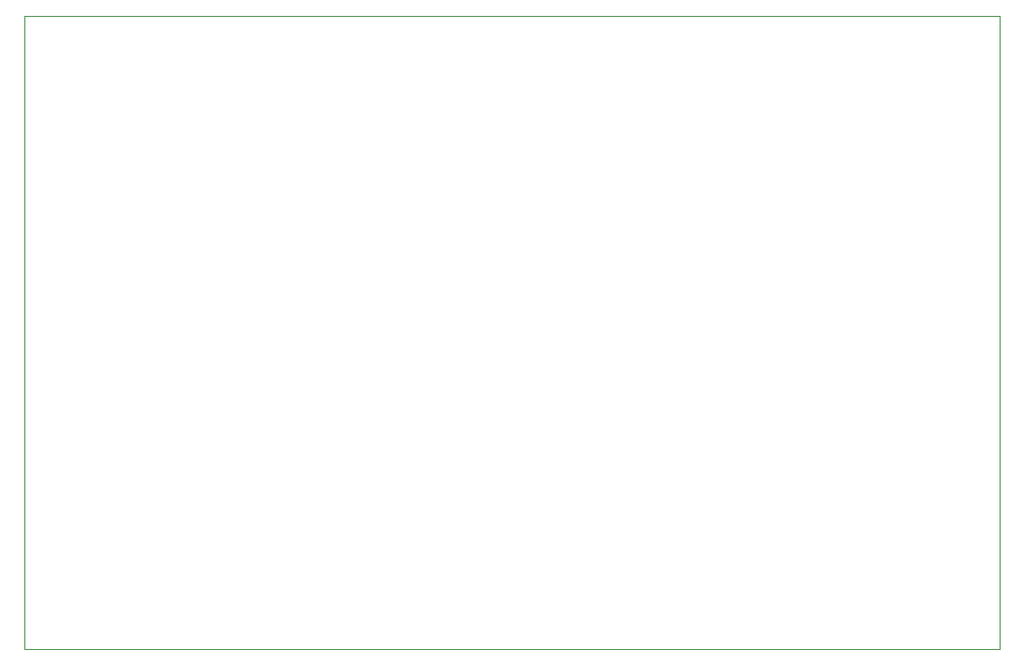
<source format=gbr>
%TF.GenerationSoftware,KiCad,Pcbnew,9.0.7*%
%TF.CreationDate,2026-01-28T19:42:25+01:00*%
%TF.ProjectId,pico-radio-9-k_toldalas,7069636f-2d72-4616-9469-6f2d392d6be9,rev?*%
%TF.SameCoordinates,Original*%
%TF.FileFunction,Profile,NP*%
%FSLAX46Y46*%
G04 Gerber Fmt 4.6, Leading zero omitted, Abs format (unit mm)*
G04 Created by KiCad (PCBNEW 9.0.7) date 2026-01-28 19:42:25*
%MOMM*%
%LPD*%
G01*
G04 APERTURE LIST*
%TA.AperFunction,Profile*%
%ADD10C,0.050000*%
%TD*%
G04 APERTURE END LIST*
D10*
X140250000Y-30000000D02*
X52250000Y-30000000D01*
X140250000Y-31500000D02*
X140250000Y-30000000D01*
X52250000Y-30000000D02*
X52250000Y-86750000D01*
X52250000Y-87250000D02*
X140250000Y-87250000D01*
X52250000Y-86750000D02*
X52250000Y-87250000D01*
X140250000Y-86750000D02*
X140250000Y-87250000D01*
X140250000Y-86750000D02*
X140250000Y-31500000D01*
M02*

</source>
